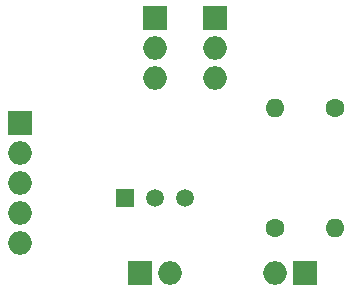
<source format=gbr>
G04 #@! TF.FileFunction,Copper,L1,Top,Signal*
%FSLAX46Y46*%
G04 Gerber Fmt 4.6, Leading zero omitted, Abs format (unit mm)*
G04 Created by KiCad (PCBNEW 4.0.7) date Thu May 24 13:30:26 2018*
%MOMM*%
%LPD*%
G01*
G04 APERTURE LIST*
%ADD10C,0.100000*%
%ADD11C,1.600000*%
%ADD12O,1.600000X1.600000*%
%ADD13R,2.000000X2.000000*%
%ADD14O,2.000000X2.000000*%
%ADD15C,1.520000*%
%ADD16R,1.520000X1.520000*%
%ADD17C,0.500000*%
G04 APERTURE END LIST*
D10*
D11*
X53340000Y-25400000D03*
D12*
X53340000Y-35560000D03*
D11*
X48260000Y-35560000D03*
D12*
X48260000Y-25400000D03*
D13*
X26670000Y-26670000D03*
D14*
X26670000Y-29210000D03*
X26670000Y-31750000D03*
X26670000Y-34290000D03*
X26670000Y-36830000D03*
D13*
X43180000Y-17780000D03*
D14*
X43180000Y-20320000D03*
X43180000Y-22860000D03*
D13*
X38100000Y-17780000D03*
D14*
X38100000Y-20320000D03*
X38100000Y-22860000D03*
D13*
X50800000Y-39370000D03*
D14*
X48260000Y-39370000D03*
D13*
X36830000Y-39370000D03*
D14*
X39370000Y-39370000D03*
D15*
X38100000Y-33020000D03*
X40640000Y-33020000D03*
D16*
X35560000Y-33020000D03*
D17*
X36830000Y-39290000D02*
X36830000Y-39370000D01*
M02*

</source>
